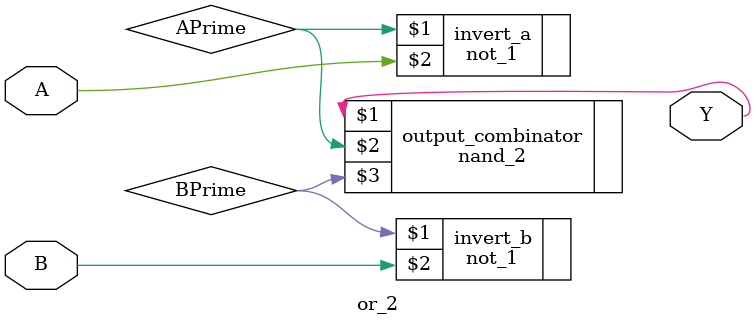
<source format=v>
module or_2(output wire Y, input wire A, input wire B);
    wire APrime, BPrime;
    // Take the invert of the inputs
    not_1 invert_a(APrime, A);
    not_1 invert_b(BPrime, B);

    nand_2 output_combinator(Y, APrime, BPrime);
endmodule

</source>
